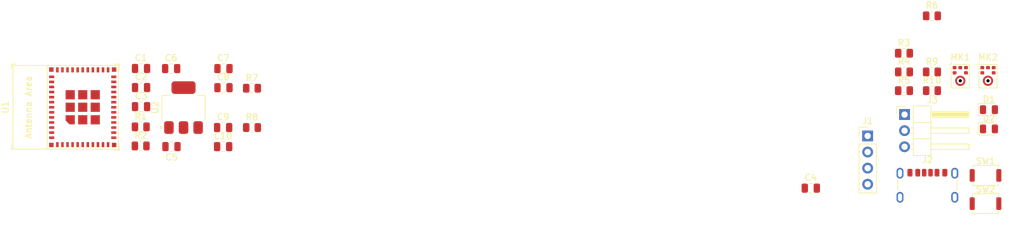
<source format=kicad_pcb>
(kicad_pcb (version 20241229) (generator "pcbnew") (generator_version "9.0")
  (layers (0 "F.Cu" signal) (2 "B.Cu" signal) (13 "F.Paste" user) (15 "B.Paste" user) (5 "F.SilkS" user "F.Silkscreen") (7 "B.SilkS" user "B.Silkscreen") (1 "F.Mask" user) (3 "B.Mask" user) (25 "Edge.Cuts" user))
  (net 0 "")
  (net 1 "+3V3")
  (net 2 "GND")
  (net 3 "/EN")
  (net 4 "Net-(C4-Pad2)")
  (net 5 "+5V")
  (net 6 "Net-(D1-A)")
  (net 7 "/TX")
  (net 8 "/RX")
  (net 9 "Net-(J2-CC2)")
  (net 10 "Net-(J2-CC1)")
  (net 11 "/IO10")
  (net 12 "Net-(MK1-WS)")
  (net 13 "Net-(MK1-BCLK)")
  (net 14 "Net-(MK1-DATA)")
  (net 15 "Net-(MK2-DATA)")
  (net 16 "Net-(U1-GPIO2{slash}ADC1_CH2)")
  (net 17 "/IO8")
  (net 18 "/IO7")
  (net 19 "/IO6")
  (net 20 "Net-(U1-GPIO9)")
  (footprint "Capacitor_SMD:C_0805_2012Metric" (layer "F.Cu") (at 119 69.6 180)
    (property "Reference" "C5" (at 0 -1.68 0) (layer "F.SilkS"))
    (property "Value" "22uF")
    (fp_line (start -0.261252 0.735) (end 0.261252 0.735) (stroke (width 0.12)) (layer "F.SilkS"))
    (fp_line (start -0.261252 -0.735) (end 0.261252 -0.735) (stroke (width 0.12)) (layer "F.SilkS"))
    (pad "1" smd roundrect (at -0.95 0 180) (size 1 1.45) (layers "F.Cu" "F.Mask" "F.Paste") (net 5 "+5V"))
    (pad "2" smd roundrect (at 0.95 0 180) (size 1 1.45) (layers "F.Cu" "F.Mask" "F.Paste") (net 2 "GND"))
  )
  (footprint "Button_Switch_SMD:SW_Push_SPST_NO_Alps_SKRK" (layer "F.Cu") (at 247.4 74.15)
    (property "Reference" "SW1" (at 0 -2.25 0) (layer "F.SilkS"))
    (property "Value" "EN")
    (fp_line (start -2.07 -1.57) (end 2.07 -1.57) (stroke (width 0.12)) (layer "F.SilkS"))
    (fp_line (start -2.07 -1.27) (end -2.07 -1.57) (stroke (width 0.12)) (layer "F.SilkS"))
    (fp_line (start -2.07 1.57) (end -2.07 1.27) (stroke (width 0.12)) (layer "F.SilkS"))
    (fp_line (start 2.07 -1.57) (end 2.07 -1.27) (stroke (width 0.12)) (layer "F.SilkS"))
    (fp_line (start 2.07 1.27) (end 2.07 1.57) (stroke (width 0.12)) (layer "F.SilkS"))
    (fp_line (start 2.07 1.57) (end -2.07 1.57) (stroke (width 0.12)) (layer "F.SilkS"))
    (pad "1" smd roundrect (at -2.1 0) (size 0.8 2) (layers "F.Cu" "F.Mask" "F.Paste") (net 2 "GND"))
    (pad "2" smd roundrect (at 2.1 0) (size 0.8 2) (layers "F.Cu" "F.Mask" "F.Paste") (net 4 "Net-(C4-Pad2)"))
  )
  (footprint "PCM_Espressif:ESP32-C3-MINI-1" (layer "F.Cu") (at 102.3 63.4 90)
    (property "Reference" "U1" (at 0 -9.5 90) (layer "F.SilkS"))
    (property "Value" "ESP32-C3-MINI-1" (hide yes))
    (fp_line (start 6.8 -8.5) (end 6.8 -7.9) (stroke (width 0.12)) (layer "F.SilkS"))
    (fp_line (start 6.05 -8.5) (end 6.8 -8.5) (stroke (width 0.12)) (layer "F.SilkS"))
    (fp_line (start -5.925 -8.5) (end -6.775 -8.5) (stroke (width 0.12)) (layer "F.SilkS"))
    (fp_line (start 6.6 -8.3) (end 6.6 8.3) (stroke (width 0.12)) (layer "F.SilkS"))
    (fp_line (start -6.6 -8.3) (end 6.6 -8.3) (stroke (width 0.12)) (layer "F.SilkS"))
    (fp_line (start -6.6 -2.9) (end 6.6 -2.9) (stroke (width 0.12)) (layer "F.SilkS"))
    (fp_line (start 6.8 7.7) (end 6.8 8.5) (stroke (width 0.12)) (layer "F.SilkS"))
    (fp_line (start -6.8 7.7) (end -6.8 8.5) (stroke (width 0.12)) (layer "F.SilkS"))
    (fp_line (start 6.6 8.3) (end -6.6 8.3) (stroke (width 0.12)) (layer "F.SilkS"))
    (fp_line (start -6.6 8.3) (end -6.6 -8.3) (stroke (width 0.12)) (layer "F.SilkS"))
    (fp_line (start 6.8 8.5) (end 6 8.5) (stroke (width 0.12)) (layer "F.SilkS"))
    (fp_line (start -6.8 8.5) (end -6 8.5) (stroke (width 0.12)) (layer "F.SilkS"))
    (fp_text user "Antenna Area" (at 0 -5.85 90) (layer "F.SilkS"))
    (pad "1" smd rect (at -5.9 -1.3 180) (size 0.4 0.8) (layers "F.Cu" "F.Mask" "F.Paste") (net 2 "GND"))
    (pad "2" smd rect (at -5.9 -0.5 180) (size 0.4 0.8) (layers "F.Cu" "F.Mask" "F.Paste") (net 2 "GND"))
    (pad "3" smd rect (at -5.9 0.3 180) (size 0.4 0.8) (layers "F.Cu" "F.Mask" "F.Paste") (net 1 "+3V3"))
    (pad "4" smd rect (at -5.9 1.1 180) (size 0.4 0.8) (layers "F.Cu" "F.Mask" "F.Paste"))
    (pad "5" smd rect (at -5.9 1.9 180) (size 0.4 0.8) (layers "F.Cu" "F.Mask" "F.Paste") (net 16 "Net-(U1-GPIO2{slash}ADC1_CH2)"))
    (pad "6" smd rect (at -5.9 2.7 180) (size 0.4 0.8) (layers "F.Cu" "F.Mask" "F.Paste"))
    (pad "7" smd rect (at -5.9 3.5 180) (size 0.4 0.8) (layers "F.Cu" "F.Mask" "F.Paste"))
    (pad "8" smd rect (at -5.9 4.3 180) (size 0.4 0.8) (layers "F.Cu" "F.Mask" "F.Paste") (net 3 "/EN"))
    (pad "9" smd rect (at -5.9 5.1 180) (size 0.4 0.8) (layers "F.Cu" "F.Mask" "F.Paste"))
    (pad "10" smd rect (at -5.9 5.9 180) (size 0.4 0.8) (layers "F.Cu" "F.Mask" "F.Paste"))
    (pad "11" smd rect (at -5.9 6.7 180) (size 0.4 0.8) (layers "F.Cu" "F.Mask" "F.Paste") (net 2 "GND"))
    (pad "12" smd rect (at -4.8 7.6 90) (size 0.4 0.8) (layers "F.Cu" "F.Mask" "F.Paste"))
    (pad "13" smd rect (at -4 7.6 90) (size 0.4 0.8) (layers "F.Cu" "F.Mask" "F.Paste"))
    (pad "14" smd rect (at -3.2 7.6 90) (size 0.4 0.8) (layers "F.Cu" "F.Mask" "F.Paste") (net 2 "GND"))
    (pad "15" smd rect (at -2.4 7.6 90) (size 0.4 0.8) (layers "F.Cu" "F.Mask" "F.Paste"))
    (pad "16" smd rect (at -1.6 7.6 90) (size 0.4 0.8) (layers "F.Cu" "F.Mask" "F.Paste") (net 11 "/IO10"))
    (pad "17" smd rect (at -0.8 7.6 90) (size 0.4 0.8) (layers "F.Cu" "F.Mask" "F.Paste"))
    (pad "18" smd rect (at 0 7.6 90) (size 0.4 0.8) (layers "F.Cu" "F.Mask" "F.Paste"))
    (pad "19" smd rect (at 0.8 7.6 90) (size 0.4 0.8) (layers "F.Cu" "F.Mask" "F.Paste"))
    (pad "20" smd rect (at 1.6 7.6 90) (size 0.4 0.8) (layers "F.Cu" "F.Mask" "F.Paste") (net 19 "/IO6"))
    (pad "21" smd rect (at 2.4 7.6 90) (size 0.4 0.8) (layers "F.Cu" "F.Mask" "F.Paste") (net 18 "/IO7"))
    (pad "22" smd rect (at 3.2 7.6 90) (size 0.4 0.8) (layers "F.Cu" "F.Mask" "F.Paste") (net 17 "/IO8"))
    (pad "23" smd rect (at 4 7.6 90) (size 0.4 0.8) (layers "F.Cu" "F.Mask" "F.Paste") (net 20 "Net-(U1-GPIO9)"))
    (pad "24" smd rect (at 4.8 7.6 90) (size 0.4 0.8) (layers "F.Cu" "F.Mask" "F.Paste"))
    (pad "25" smd rect (at 5.9 6.7 180) (size 0.4 0.8) (layers "F.Cu" "F.Mask" "F.Paste"))
    (pad "26" smd rect (at 5.9 5.9 180) (size 0.4 0.8) (layers "F.Cu" "F.Mask" "F.Paste"))
    (pad "27" smd rect (at 5.9 5.1 180) (size 0.4 0.8) (layers "F.Cu" "F.Mask" "F.Paste"))
    (pad "28" smd rect (at 5.9 4.3 180) (size 0.4 0.8) (layers "F.Cu" "F.Mask" "F.Paste"))
    (pad "29" smd rect (at 5.9 3.5 180) (size 0.4 0.8) (layers "F.Cu" "F.Mask" "F.Paste"))
    (pad "30" smd rect (at 5.9 2.7 180) (size 0.4 0.8) (layers "F.Cu" "F.Mask" "F.Paste") (net 8 "/RX"))
    (pad "31" smd rect (at 5.9 1.9 180) (size 0.4 0.8) (layers "F.Cu" "F.Mask" "F.Paste") (net 7 "/TX"))
    (pad "32" smd rect (at 5.9 1.1 180) (size 0.4 0.8) (layers "F.Cu" "F.Mask" "F.Paste"))
    (pad "33" smd rect (at 5.9 0.3 180) (size 0.4 0.8) (layers "F.Cu" "F.Mask" "F.Paste"))
    (pad "34" smd rect (at 5.9 -0.5 180) (size 0.4 0.8) (layers "F.Cu" "F.Mask" "F.Paste"))
    (pad "35" smd rect (at 5.9 -1.3 180) (size 0.4 0.8) (layers "F.Cu" "F.Mask" "F.Paste"))
    (pad "36" smd rect (at 4.8 -2.2 90) (size 0.4 0.8) (layers "F.Cu" "F.Mask" "F.Paste") (net 2 "GND"))
    (pad "37" smd rect (at 4 -2.2 90) (size 0.4 0.8) (layers "F.Cu" "F.Mask" "F.Paste") (net 2 "GND"))
    (pad "38" smd rect (at 3.2 -2.2 90) (size 0.4 0.8) (layers "F.Cu" "F.Mask" "F.Paste") (net 2 "GND"))
    (pad "39" smd rect (at 2.4 -2.2 90) (size 0.4 0.8) (layers "F.Cu" "F.Mask" "F.Paste") (net 2 "GND"))
    (pad "40" smd rect (at 1.6 -2.2 90) (size 0.4 0.8) (layers "F.Cu" "F.Mask" "F.Paste") (net 2 "GND"))
    (pad "41" smd rect (at 0.8 -2.2 90) (size 0.4 0.8) (layers "F.Cu" "F.Mask" "F.Paste") (net 2 "GND"))
    (pad "42" smd rect (at 0 -2.2 90) (size 0.4 0.8) (layers "F.Cu" "F.Mask" "F.Paste") (net 2 "GND"))
    (pad "43" smd rect (at -0.8 -2.2 90) (size 0.4 0.8) (layers "F.Cu" "F.Mask" "F.Paste") (net 2 "GND"))
    (pad "44" smd rect (at -1.6 -2.2 90) (size 0.4 0.8) (layers "F.Cu" "F.Mask" "F.Paste") (net 2 "GND"))
    (pad "45" smd rect (at -2.4 -2.2 90) (size 0.4 0.8) (layers "F.Cu" "F.Mask" "F.Paste") (net 2 "GND"))
    (pad "46" smd rect (at -3.2 -2.2 90) (size 0.4 0.8) (layers "F.Cu" "F.Mask" "F.Paste") (net 2 "GND"))
    (pad "47" smd rect (at -4 -2.2 90) (size 0.4 0.8) (layers "F.Cu" "F.Mask" "F.Paste") (net 2 "GND"))
    (pad "48" smd rect (at -4.8 -2.2 90) (size 0.4 0.8) (layers "F.Cu" "F.Mask" "F.Paste") (net 2 "GND"))
    (pad "49" smd custom (at -1.975 0.725 90) (size 0.8 0.8) (layers "F.Cu" "F.Mask" "F.Paste") (net 2 "GND") (options (clearance outline) (anchor rect)) (primitives (gr_poly (pts (xy 0.725 0.725) (xy -0.725 0.725) (xy -0.725 -0.125) (xy -0.125 -0.725) (xy 0.725 -0.725)) (width 0) (fill yes))))
    (pad "49" smd rect (at -1.975 2.7 180) (size 1.45 1.45) (layers "F.Cu" "F.Mask" "F.Paste") (net 2 "GND"))
    (pad "49" smd rect (at -1.975 4.675 180) (size 1.45 1.45) (layers "F.Cu" "F.Mask" "F.Paste") (net 2 "GND"))
    (pad "49" smd rect (at 0 0.725 180) (size 1.45 1.45) (layers "F.Cu" "F.Mask" "F.Paste") (net 2 "GND"))
    (pad "49" smd rect (at 0 2.7 180) (size 1.45 1.45) (layers "F.Cu" "F.Mask" "F.Paste") (net 2 "GND"))
    (pad "49" smd rect (at 0 4.675 180) (size 1.45 1.45) (layers "F.Cu" "F.Mask" "F.Paste") (net 2 "GND"))
    (pad "49" smd rect (at 1.975 0.725 180) (size 1.45 1.45) (layers "F.Cu" "F.Mask" "F.Paste") (net 2 "GND"))
    (pad "49" smd rect (at 1.975 2.7 180) (size 1.45 1.45) (layers "F.Cu" "F.Mask" "F.Paste") (net 2 "GND"))
    (pad "49" smd rect (at 1.975 4.675 180) (size 1.45 1.45) (layers "F.Cu" "F.Mask" "F.Paste") (net 2 "GND"))
    (pad "50" smd rect (at 5.95 -2.25 180) (size 0.7 0.7) (layers "F.Cu" "F.Mask" "F.Paste") (net 2 "GND"))
    (pad "51" smd rect (at 5.95 7.65 180) (size 0.7 0.7) (layers "F.Cu" "F.Mask" "F.Paste") (net 2 "GND"))
    (pad "52" smd rect (at -5.95 7.65 180) (size 0.7 0.7) (layers "F.Cu" "F.Mask" "F.Paste") (net 2 "GND"))
    (pad "53" smd rect (at -5.95 -2.25 180) (size 0.7 0.7) (layers "F.Cu" "F.Mask" "F.Paste") (net 2 "GND"))
  )
  (footprint "Capacitor_SMD:C_0805_2012Metric" (layer "F.Cu") (at 127.2 60.31)
    (property "Reference" "C8" (at 0 -1.68 0) (layer "F.SilkS"))
    (property "Value" "200pF")
    (fp_line (start -0.261252 -0.735) (end 0.261252 -0.735) (stroke (width 0.12)) (layer "F.SilkS"))
    (fp_line (start -0.261252 0.735) (end 0.261252 0.735) (stroke (width 0.12)) (layer "F.SilkS"))
    (pad "1" smd roundrect (at -0.95 0) (size 1 1.45) (layers "F.Cu" "F.Mask" "F.Paste") (net 1 "+3V3"))
    (pad "2" smd roundrect (at 0.95 0) (size 1 1.45) (layers "F.Cu" "F.Mask" "F.Paste") (net 2 "GND"))
  )
  (footprint "Connector_PinHeader_2.54mm:PinHeader_1x04_P2.54mm_Vertical" (layer "F.Cu") (at 228.81 67.92)
    (property "Reference" "J1" (at 0 -2.38 0) (layer "F.SilkS"))
    (property "Value" "UART")
    (fp_line (start -1.38 -1.38) (end 0 -1.38) (stroke (width 0.12)) (layer "F.SilkS"))
    (fp_line (start -1.38 0) (end -1.38 -1.38) (stroke (width 0.12)) (layer "F.SilkS"))
    (fp_line (start -1.38 1.27) (end -1.38 9) (stroke (width 0.12)) (layer "F.SilkS"))
    (fp_line (start -1.38 1.27) (end 1.38 1.27) (stroke (width 0.12)) (layer "F.SilkS"))
    (fp_line (start -1.38 9) (end 1.38 9) (stroke (width 0.12)) (layer "F.SilkS"))
    (fp_line (start 1.38 1.27) (end 1.38 9) (stroke (width 0.12)) (layer "F.SilkS"))
    (pad "1" thru_hole rect (at 0 0) (size 1.7 1.7) (drill 1) (layers "*.Cu" "*.Mask") (net 1 "+3V3"))
    (pad "2" thru_hole circle (at 0 2.54) (size 1.7 1.7) (drill 1) (layers "*.Cu" "*.Mask") (net 7 "/TX"))
    (pad "3" thru_hole circle (at 0 5.08) (size 1.7 1.7) (drill 1) (layers "*.Cu" "*.Mask") (net 8 "/RX"))
    (pad "4" thru_hole circle (at 0 7.62) (size 1.7 1.7) (drill 1) (layers "*.Cu" "*.Mask") (net 2 "GND"))
  )
  (footprint "Resistor_SMD:R_0805_2012Metric" (layer "F.Cu") (at 238.95 48.98)
    (property "Reference" "R6" (at 0 -1.65 0) (layer "F.SilkS"))
    (property "Value" "5.1K")
    (fp_line (start -0.227064 -0.735) (end 0.227064 -0.735) (stroke (width 0.12)) (layer "F.SilkS"))
    (fp_line (start -0.227064 0.735) (end 0.227064 0.735) (stroke (width 0.12)) (layer "F.SilkS"))
    (pad "1" smd roundrect (at -0.9125 0) (size 1.025 1.4) (layers "F.Cu" "F.Mask" "F.Paste") (roundrect_rratio 0.243902) (net 10 "Net-(J2-CC1)"))
    (pad "2" smd roundrect (at 0.9125 0) (size 1.025 1.4) (layers "F.Cu" "F.Mask" "F.Paste") (roundrect_rratio 0.243902) (net 2 "GND"))
  )
  (footprint "Capacitor_SMD:C_0805_2012Metric" (layer "F.Cu") (at 127.15 66.6)
    (property "Reference" "C9" (at 0 -1.68 0) (layer "F.SilkS"))
    (property "Value" "0.1uF")
    (fp_line (start -0.261252 -0.735) (end 0.261252 -0.735) (stroke (width 0.12)) (layer "F.SilkS"))
    (fp_line (start -0.261252 0.735) (end 0.261252 0.735) (stroke (width 0.12)) (layer "F.SilkS"))
    (pad "1" smd roundrect (at -0.95 0) (size 1 1.45) (layers "F.Cu" "F.Mask" "F.Paste") (net 1 "+3V3"))
    (pad "2" smd roundrect (at 0.95 0) (size 1 1.45) (layers "F.Cu" "F.Mask" "F.Paste") (net 2 "GND"))
  )
  (footprint "Resistor_SMD:R_0805_2012Metric" (layer "F.Cu") (at 238.95 57.83)
    (property "Reference" "R9" (at 0 -1.65 0) (layer "F.SilkS"))
    (property "Value" "51")
    (fp_line (start -0.227064 -0.735) (end 0.227064 -0.735) (stroke (width 0.12)) (layer "F.SilkS"))
    (fp_line (start -0.227064 0.735) (end 0.227064 0.735) (stroke (width 0.12)) (layer "F.SilkS"))
    (pad "1" smd roundrect (at -0.9125 0) (size 1.025 1.4) (layers "F.Cu" "F.Mask" "F.Paste") (roundrect_rratio 0.243902) (net 13 "Net-(MK1-BCLK)"))
    (pad "2" smd roundrect (at 0.9125 0) (size 1.025 1.4) (layers "F.Cu" "F.Mask" "F.Paste") (roundrect_rratio 0.243902) (net 18 "/IO7"))
  )
  (footprint "Resistor_SMD:R_0805_2012Metric" (layer "F.Cu") (at 131.7 60.4)
    (property "Reference" "R7" (at 0 -1.65 0) (layer "F.SilkS"))
    (property "Value" "51")
    (fp_line (start -0.227064 -0.735) (end 0.227064 -0.735) (stroke (width 0.12)) (layer "F.SilkS"))
    (fp_line (start -0.227064 0.735) (end 0.227064 0.735) (stroke (width 0.12)) (layer "F.SilkS"))
    (pad "1" smd roundrect (at -0.9125 0) (size 1.025 1.4) (layers "F.Cu" "F.Mask" "F.Paste") (roundrect_rratio 0.243902) (net 14 "Net-(MK1-DATA)"))
    (pad "2" smd roundrect (at 0.9125 0) (size 1.025 1.4) (layers "F.Cu" "F.Mask" "F.Paste") (roundrect_rratio 0.243902) (net 17 "/IO8"))
  )
  (footprint "Resistor_SMD:R_0805_2012Metric" (layer "F.Cu") (at 131.7 66.6)
    (property "Reference" "R8" (at 0 -1.65 0) (layer "F.SilkS"))
    (property "Value" "51")
    (fp_line (start -0.227064 -0.735) (end 0.227064 -0.735) (stroke (width 0.12)) (layer "F.SilkS"))
    (fp_line (start -0.227064 0.735) (end 0.227064 0.735) (stroke (width 0.12)) (layer "F.SilkS"))
    (pad "1" smd roundrect (at -0.9125 0) (size 1.025 1.4) (layers "F.Cu" "F.Mask" "F.Paste") (roundrect_rratio 0.243902) (net 15 "Net-(MK2-DATA)"))
    (pad "2" smd roundrect (at 0.9125 0) (size 1.025 1.4) (layers "F.Cu" "F.Mask" "F.Paste") (roundrect_rratio 0.243902) (net 17 "/IO8"))
  )
  (footprint "Capacitor_SMD:C_0805_2012Metric" (layer "F.Cu") (at 219.84 76.16)
    (property "Reference" "C4" (at 0 -1.68 0) (layer "F.SilkS"))
    (property "Value" "0.1uF")
    (fp_line (start -0.261252 -0.735) (end 0.261252 -0.735) (stroke (width 0.12)) (layer "F.SilkS"))
    (fp_line (start -0.261252 0.735) (end 0.261252 0.735) (stroke (width 0.12)) (layer "F.SilkS"))
    (pad "1" smd roundrect (at -0.95 0) (size 1 1.45) (layers "F.Cu" "F.Mask" "F.Paste") (net 2 "GND"))
    (pad "2" smd roundrect (at 0.95 0) (size 1 1.45) (layers "F.Cu" "F.Mask" "F.Paste") (net 4 "Net-(C4-Pad2)"))
  )
  (footprint "Connector_PinHeader_2.54mm:PinHeader_1x03_P2.54mm_Horizontal" (layer "F.Cu") (at 234.63 64.55)
    (property "Reference" "J3" (at 4.385 -2.27 0) (layer "F.SilkS"))
    (property "Value" "LED PIN")
    (fp_line (start -1.27 -1.27) (end 0 -1.27) (stroke (width 0.12)) (layer "F.SilkS"))
    (fp_line (start -1.27 0) (end -1.27 -1.27) (stroke (width 0.12)) (layer "F.SilkS"))
    (fp_line (start 1.077358 2.11) (end 1.39 2.11) (stroke (width 0.12)) (layer "F.SilkS"))
    (fp_line (start 1.077358 2.97) (end 1.39 2.97) (stroke (width 0.12)) (layer "F.SilkS"))
    (fp_line (start 1.077358 4.65) (end 1.39 4.65) (stroke (width 0.12)) (layer "F.SilkS"))
    (fp_line (start 1.077358 5.51) (end 1.39 5.51) (stroke (width 0.12)) (layer "F.SilkS"))
    (fp_line (start 1.16 -0.43) (end 1.39 -0.43) (stroke (width 0.12)) (layer "F.SilkS"))
    (fp_line (start 1.16 0.43) (end 1.39 0.43) (stroke (width 0.12)) (layer "F.SilkS"))
    (fp_line (start 1.39 -1.38) (end 1.39 6.46) (stroke (width 0.12)) (layer "F.SilkS"))
    (fp_line (start 1.39 1.27) (end 4.15 1.27) (stroke (width 0.12)) (layer "F.SilkS"))
    (fp_line (start 1.39 3.81) (end 4.15 3.81) (stroke (width 0.12)) (layer "F.SilkS"))
    (fp_line (start 1.39 6.46) (end 4.15 6.46) (stroke (width 0.12)) (layer "F.SilkS"))
    (fp_line (start 4.15 -1.38) (end 1.39 -1.38) (stroke (width 0.12)) (layer "F.SilkS"))
    (fp_line (start 4.15 2.11) (end 10.15 2.11) (stroke (width 0.12)) (layer "F.SilkS"))
    (fp_line (start 4.15 4.65) (end 10.15 4.65) (stroke (width 0.12)) (layer "F.SilkS"))
    (fp_line (start 4.15 6.46) (end 4.15 -1.38) (stroke (width 0.12)) (layer "F.SilkS"))
    (fp_line (start 10.15 2.11) (end 10.15 2.97) (stroke (width 0.12)) (layer "F.SilkS"))
    (fp_line (start 10.15 2.97) (end 4.15 2.97) (stroke (width 0.12)) (layer "F.SilkS"))
    (fp_line (start 10.15 4.65) (end 10.15 5.51) (stroke (width 0.12)) (layer "F.SilkS"))
    (fp_line (start 10.15 5.51) (end 4.15 5.51) (stroke (width 0.12)) (layer "F.SilkS"))
    (fp_rect (start 4.15 -0.43) (end 10.15 0.43) (stroke (width 0.12)) (fill yes) (layer "F.SilkS"))
    (pad "1" thru_hole rect (at 0 0) (size 1.7 1.7) (drill 1) (layers "*.Cu" "*.Mask") (net 5 "+5V"))
    (pad "2" thru_hole circle (at 0 2.54) (size 1.7 1.7) (drill 1) (layers "*.Cu" "*.Mask") (net 11 "/IO10"))
    (pad "3" thru_hole circle (at 0 5.08) (size 1.7 1.7) (drill 1) (layers "*.Cu" "*.Mask") (net 2 "GND"))
  )
  (footprint "Capacitor_SMD:C_0805_2012Metric" (layer "F.Cu") (at 127.15 69.61)
    (property "Reference" "C10" (at 0 -1.68 0) (layer "F.SilkS"))
    (property "Value" "200pF")
    (fp_line (start -0.261252 -0.735) (end 0.261252 -0.735) (stroke (width 0.12)) (layer "F.SilkS"))
    (fp_line (start -0.261252 0.735) (end 0.261252 0.735) (stroke (width 0.12)) (layer "F.SilkS"))
    (pad "1" smd roundrect (at -0.95 0) (size 1 1.45) (layers "F.Cu" "F.Mask" "F.Paste") (net 1 "+3V3"))
    (pad "2" smd roundrect (at 0.95 0) (size 1 1.45) (layers "F.Cu" "F.Mask" "F.Paste") (net 2 "GND"))
  )
  (footprint "Package_TO_SOT_SMD:SOT-223-3_TabPin2" (layer "F.Cu") (at 120.9 63.45 90)
    (property "Reference" "U2" (at 0 -4.5 90) (layer "F.SilkS"))
    (property "Value" "AMS1117-3.3")
    (fp_line (start 1.91 -3.41) (end 1.91 -2.15) (stroke (width 0.12)) (layer "F.SilkS"))
    (fp_line (start -1.85 -3.41) (end 1.91 -3.41) (stroke (width 0.12)) (layer "F.SilkS"))
    (fp_line (start 1.91 3.41) (end 1.91 2.15) (stroke (width 0.12)) (layer "F.SilkS"))
    (fp_line (start -1.85 3.41) (end 1.91 3.41) (stroke (width 0.12)) (layer "F.SilkS"))
    (fp_poly (pts (xy -3.13 -3.31) (xy -3.37 -3.64) (xy -2.89 -3.64) (xy -3.13 -3.31)) (stroke (width 0.12)) (fill yes) (layer "F.SilkS"))
    (pad "1" smd roundrect (at -3.15 -2.3 90) (size 2 1.5) (layers "F.Cu" "F.Mask" "F.Paste") (net 2 "GND"))
    (pad "2" smd roundrect (at -3.15 0 90) (size 2 1.5) (layers "F.Cu" "F.Mask" "F.Paste") (net 1 "+3V3"))
    (pad "2" smd roundrect (at 3.15 0 90) (size 2 3.8) (layers "F.Cu" "F.Mask" "F.Paste") (net 1 "+3V3"))
    (pad "3" smd roundrect (at -3.15 2.3 90) (size 2 1.5) (layers "F.Cu" "F.Mask" "F.Paste") (net 5 "+5V"))
  )
  (footprint "Sensor_Audio:Knowles_SPH0645LM4H-6_3.5x2.65mm" (layer "F.Cu") (at 247.79 58.515)
    (property "Reference" "MK2" (at 0 -3 0) (layer "F.SilkS"))
    (property "Value" "SPH0645LM4H")
    (fp_line (start -1.425 1.85) (end -1.425 -1.55) (stroke (width 0.12)) (layer "F.SilkS"))
    (fp_line (start -1.125 -1.85) (end 1.425 -1.85) (stroke (width 0.12)) (layer "F.SilkS"))
    (fp_line (start 1.425 -1.85) (end 1.425 1.85) (stroke (width 0.12)) (layer "F.SilkS"))
    (fp_line (start 1.425 1.85) (end -1.425 1.85) (stroke (width 0.12)) (layer "F.SilkS"))
    (fp_poly (pts (xy -1.425 -1.85) (xy -1.705 -1.85) (xy -1.425 -2.13) (xy -1.425 -1.85)) (stroke (width 0.12)) (fill yes) (layer "F.SilkS"))
    (pad "" np_thru_hole circle (at 0 0.71) (size 0.5 0.5) (drill 0.5) (layers "*.Mask"))
    (pad "1" smd roundrect (at -0.9 -1.364) (size 0.6 0.522) (layers "F.Cu" "F.Mask" "F.Paste") (net 12 "Net-(MK1-WS)"))
    (pad "2" smd roundrect (at -0.9 -0.542) (size 0.6 0.522) (layers "F.Cu" "F.Mask" "F.Paste") (net 2 "GND"))
    (pad "3" smd custom (at 0.662 0.71 90) (size 0.3 0.3) (layers "F.Cu" "F.Mask") (net 2 "GND") (options (clearance outline) (anchor circle)) (primitives (gr_circle (center 0 -0.662) (end 0.662 -0.662) (width 0.3) (fill no))))
    (pad "4" smd roundrect (at 0.9 -0.542) (size 0.6 0.522) (layers "F.Cu" "F.Mask" "F.Paste") (net 13 "Net-(MK1-BCLK)"))
    (pad "5" smd roundrect (at 0.9 -1.364) (size 0.6 0.522) (layers "F.Cu" "F.Mask" "F.Paste") (net 1 "+3V3"))
    (pad "6" smd roundrect (at 0 -1.364) (size 0.6 0.522) (layers "F.Cu" "F.Mask" "F.Paste") (net 15 "Net-(MK2-DATA)"))
  )
  (footprint "Resistor_SMD:R_0805_2012Metric" (layer "F.Cu") (at 234.54 57.83)
    (property "Reference" "R4" (at 0 -1.65 0) (layer "F.SilkS"))
    (property "Value" "2K")
    (fp_line (start -0.227064 -0.735) (end 0.227064 -0.735) (stroke (width 0.12)) (layer "F.SilkS"))
    (fp_line (start -0.227064 0.735) (end 0.227064 0.735) (stroke (width 0.12)) (layer "F.SilkS"))
    (pad "1" smd roundrect (at -0.9125 0) (size 1.025 1.4) (layers "F.Cu" "F.Mask" "F.Paste") (roundrect_rratio 0.243902) (net 5 "+5V"))
    (pad "2" smd roundrect (at 0.9125 0) (size 1.025 1.4) (layers "F.Cu" "F.Mask" "F.Paste") (roundrect_rratio 0.243902) (net 6 "Net-(D1-A)"))
  )
  (footprint "Capacitor_SMD:C_0805_2012Metric" (layer "F.Cu") (at 114.2 57.28)
    (property "Reference" "C1" (at 0 -1.68 0) (layer "F.SilkS"))
    (property "Value" "10uF")
    (fp_line (start -0.261252 -0.735) (end 0.261252 -0.735) (stroke (width 0.12)) (layer "F.SilkS"))
    (fp_line (start -0.261252 0.735) (end 0.261252 0.735) (stroke (width 0.12)) (layer "F.SilkS"))
    (pad "1" smd roundrect (at -0.95 0) (size 1 1.45) (layers "F.Cu" "F.Mask" "F.Paste") (net 1 "+3V3"))
    (pad "2" smd roundrect (at 0.95 0) (size 1 1.45) (layers "F.Cu" "F.Mask" "F.Paste") (net 2 "GND"))
  )
  (footprint "LED_SMD:LED_0805_2012Metric" (layer "F.Cu") (at 247.94 63.775)
    (property "Reference" "D1" (at 0 -1.65 0) (layer "F.SilkS"))
    (property "Value" "LED")
    (fp_line (start -1.685 -0.96) (end -1.685 0.96) (stroke (width 0.12)) (layer "F.SilkS"))
    (fp_line (start -1.685 0.96) (end 1 0.96) (stroke (width 0.12)) (layer "F.SilkS"))
    (fp_line (start 1 -0.96) (end -1.685 -0.96) (stroke (width 0.12)) (layer "F.SilkS"))
    (pad "1" smd roundrect (at -0.9375 0) (size 0.975 1.4) (layers "F.Cu" "F.Mask" "F.Paste") (net 2 "GND"))
    (pad "2" smd roundrect (at 0.9375 0) (size 0.975 1.4) (layers "F.Cu" "F.Mask" "F.Paste") (net 6 "Net-(D1-A)"))
  )
  (footprint "Connector_USB:USB_C_Receptacle_GCT_USB4125-xx-x-0190_6P_TopMnt_Horizontal" (layer "F.Cu") (at 238.23 76.8)
    (property "Reference" "J2" (at 0 -5.1 0) (layer "F.SilkS"))
    (property "Value" "USB_C_Receptacle_PowerOnly_6P")
    (fp_line (start -4.67 -0.25) (end -4.67 -1.95) (stroke (width 0.12)) (layer "F.SilkS"))
    (fp_line (start 4.67 -0.25) (end 4.67 -1.95) (stroke (width 0.12)) (layer "F.SilkS"))
    (pad "A5" smd roundrect (at -0.5 -3.08) (size 0.7 1.2) (layers "F.Cu" "F.Mask" "F.Paste") (net 10 "Net-(J2-CC1)"))
    (pad "A9" smd roundrect (at 1.52 -3.08 180) (size 0.76 1.2) (layers "F.Cu" "F.Mask" "F.Paste") (net 5 "+5V"))
    (pad "A12" smd roundrect (at 2.75 -3.08 180) (size 0.8 1.2) (layers "F.Cu" "F.Mask" "F.Paste") (net 2 "GND"))
    (pad "B5" smd roundrect (at 0.5 -3.08 180) (size 0.7 1.2) (layers "F.Cu" "F.Mask" "F.Paste") (net 9 "Net-(J2-CC2)"))
    (pad "B9" smd roundrect (at -1.52 -3.08) (size 0.76 1.2) (layers "F.Cu" "F.Mask" "F.Paste") (net 5 "+5V"))
    (pad "B12" smd roundrect (at -2.75 -3.08) (size 0.8 1.2) (layers "F.Cu" "F.Mask" "F.Paste") (net 2 "GND"))
    (pad "S1" thru_hole oval (at -4.32 -3) (size 1.1 1.7) (drill oval 0.6 1.2) (property pad_prop_heatsink) (layers "*.Cu" "*.Mask" "F.Paste") (net 2 "GND"))
    (pad "S1" thru_hole oval (at -4.32 0.8) (size 1.1 1.7) (drill oval 0.6 1.2) (property pad_prop_heatsink) (layers "*.Cu" "*.Mask" "F.Paste") (net 2 "GND"))
    (pad "S1" thru_hole oval (at 4.32 -3) (size 1.1 1.7) (drill oval 0.6 1.2) (property pad_prop_heatsink) (layers "*.Cu" "*.Mask" "F.Paste") (net 2 "GND"))
    (pad "S1" thru_hole oval (at 4.32 0.8) (size 1.1 1.7) (drill oval 0.6 1.2) (property pad_prop_heatsink) (layers "*.Cu" "*.Mask" "F.Paste") (net 2 "GND"))
  )
  (footprint "Sensor_Audio:Knowles_SPH0645LM4H-6_3.5x2.65mm" (layer "F.Cu") (at 243.42 58.515)
    (property "Reference" "MK1" (at 0 -3 0) (layer "F.SilkS"))
    (property "Value" "SPH0645LM4H")
    (fp_line (start -1.425 1.85) (end -1.425 -1.55) (stroke (width 0.12)) (layer "F.SilkS"))
    (fp_line (start -1.125 -1.85) (end 1.425 -1.85) (stroke (width 0.12)) (layer "F.SilkS"))
    (fp_line (start 1.425 -1.85) (end 1.425 1.85) (stroke (width 0.12)) (layer "F.SilkS"))
    (fp_line (start 1.425 1.85) (end -1.425 1.85) (stroke (width 0.12)) (layer "F.SilkS"))
    (fp_poly (pts (xy -1.425 -1.85) (xy -1.705 -1.85) (xy -1.425 -2.13) (xy -1.425 -1.85)) (stroke (width 0.12)) (fill yes) (layer "F.SilkS"))
    (pad "" np_thru_hole circle (at 0 0.71) (size 0.5 0.5) (drill 0.5) (layers "*.Mask"))
    (pad "1" smd roundrect (at -0.9 -1.364) (size 0.6 0.522) (layers "F.Cu" "F.Mask" "F.Paste") (net 12 "Net-(MK1-WS)"))
    (pad "2" smd roundrect (at -0.9 -0.542) (size 0.6 0.522) (layers "F.Cu" "F.Mask" "F.Paste") (net 1 "+3V3"))
    (pad "3" smd custom (at 0.662 0.71 90) (size 0.3 0.3) (layers "F.Cu" "F.Mask") (net 2 "GND") (options (clearance outline) (anchor circle)) (primitives (gr_circle (center 0 -0.662) (end 0.662 -0.662) (width 0.3) (fill no))))
    (pad "4" smd roundrect (at 0.9 -0.542) (size 0.6 0.522) (layers "F.Cu" "F.Mask" "F.Paste") (net 13 "Net-(MK1-BCLK)"))
    (pad "5" smd roundrect (at 0.9 -1.364) (size 0.6 0.522) (layers "F.Cu" "F.Mask" "F.Paste") (net 1 "+3V3"))
    (pad "6" smd roundrect (at 0 -1.364) (size 0.6 0.522) (layers "F.Cu" "F.Mask" "F.Paste") (net 14 "Net-(MK1-DATA)"))
  )
  (footprint "Resistor_SMD:R_0805_2012Metric" (layer "F.Cu") (at 114.15 66.49)
    (property "Reference" "R1" (at 0 -1.65 0) (layer "F.SilkS"))
    (property "Value" "10K")
    (fp_line (start -0.227064 -0.735) (end 0.227064 -0.735) (stroke (width 0.12)) (layer "F.SilkS"))
    (fp_line (start -0.227064 0.735) (end 0.227064 0.735) (stroke (width 0.12)) (layer "F.SilkS"))
    (pad "1" smd roundrect (at -0.9125 0) (size 1.025 1.4) (layers "F.Cu" "F.Mask" "F.Paste") (roundrect_rratio 0.243902) (net 1 "+3V3"))
    (pad "2" smd roundrect (at 0.9125 0) (size 1.025 1.4) (layers "F.Cu" "F.Mask" "F.Paste") (roundrect_rratio 0.243902) (net 3 "/EN"))
  )
  (footprint "Capacitor_SMD:C_0805_2012Metric" (layer "F.Cu") (at 114.2 60.29)
    (property "Reference" "C2" (at 0 -1.68 0) (layer "F.SilkS"))
    (property "Value" "0.1uF")
    (fp_line (start -0.261252 -0.735) (end 0.261252 -0.735) (stroke (width 0.12)) (layer "F.SilkS"))
    (fp_line (start -0.261252 0.735) (end 0.261252 0.735) (stroke (width 0.12)) (layer "F.SilkS"))
    (pad "1" smd roundrect (at -0.95 0) (size 1 1.45) (layers "F.Cu" "F.Mask" "F.Paste") (net 1 "+3V3"))
    (pad "2" smd roundrect (at 0.95 0) (size 1 1.45) (layers "F.Cu" "F.Mask" "F.Paste") (net 2 "GND"))
  )
  (footprint "Diode_SMD:D_0805_2012Metric" (layer "F.Cu") (at 247.94 66.815)
    (property "Reference" "D2" (at 0 -1.65 0) (layer "F.SilkS"))
    (property "Value" "ESD9B3.3ST5G")
    (fp_line (start -1.685 -0.96) (end -1.685 0.96) (stroke (width 0.12)) (layer "F.SilkS"))
    (fp_line (start -1.685 0.96) (end 1 0.96) (stroke (width 0.12)) (layer "F.SilkS"))
    (fp_line (start 1 -0.96) (end -1.685 -0.96) (stroke (width 0.12)) (layer "F.SilkS"))
    (pad "1" smd roundrect (at -0.9375 0) (size 0.975 1.4) (layers "F.Cu" "F.Mask" "F.Paste") (net 2 "GND"))
    (pad "2" smd roundrect (at 0.9375 0) (size 0.975 1.4) (layers "F.Cu" "F.Mask" "F.Paste") (net 5 "+5V"))
  )
  (footprint "Capacitor_SMD:C_0805_2012Metric" (layer "F.Cu") (at 114.2 63.3)
    (property "Reference" "C3" (at 0 -1.68 0) (layer "F.SilkS"))
    (property "Value" "0.1uF")
    (fp_line (start -0.261252 -0.735) (end 0.261252 -0.735) (stroke (width 0.12)) (layer "F.SilkS"))
    (fp_line (start -0.261252 0.735) (end 0.261252 0.735) (stroke (width 0.12)) (layer "F.SilkS"))
    (pad "1" smd roundrect (at -0.95 0) (size 1 1.45) (layers "F.Cu" "F.Mask" "F.Paste") (net 3 "/EN"))
    (pad "2" smd roundrect (at 0.95 0) (size 1 1.45) (layers "F.Cu" "F.Mask" "F.Paste") (net 2 "GND"))
  )
  (footprint "Button_Switch_SMD:SW_Push_SPST_NO_Alps_SKRK" (layer "F.Cu") (at 247.4 78.6)
    (property "Reference" "SW2" (at 0 -2.25 0) (layer "F.SilkS"))
    (property "Value" "Boot")
    (fp_line (start -2.07 -1.57) (end 2.07 -1.57) (stroke (width 0.12)) (layer "F.SilkS"))
    (fp_line (start -2.07 -1.27) (end -2.07 -1.57) (stroke (width 0.12)) (layer "F.SilkS"))
    (fp_line (start -2.07 1.57) (end -2.07 1.27) (stroke (width 0.12)) (layer "F.SilkS"))
    (fp_line (start 2.07 -1.57) (end 2.07 -1.27) (stroke (width 0.12)) (layer "F.SilkS"))
    (fp_line (start 2.07 1.27) (end 2.07 1.57) (stroke (width 0.12)) (layer "F.SilkS"))
    (fp_line (start 2.07 1.57) (end -2.07 1.57) (stroke (width 0.12)) (layer "F.SilkS"))
    (pad "1" smd roundrect (at -2.1 0) (size 0.8 2) (layers "F.Cu" "F.Mask" "F.Paste") (net 20 "Net-(U1-GPIO9)"))
    (pad "2" smd roundrect (at 2.1 0) (size 0.8 2) (layers "F.Cu" "F.Mask" "F.Paste") (net 2 "GND"))
  )
  (footprint "Resistor_SMD:R_0805_2012Metric" (layer "F.Cu") (at 234.54 60.78)
    (property "Reference" "R5" (at 0 -1.65 0) (layer "F.SilkS"))
    (property "Value" "5.1K")
    (fp_line (start -0.227064 -0.735) (end 0.227064 -0.735) (stroke (width 0.12)) (layer "F.SilkS"))
    (fp_line (start -0.227064 0.735) (end 0.227064 0.735) (stroke (width 0.12)) (layer "F.SilkS"))
    (pad "1" smd roundrect (at -0.9125 0) (size 1.025 1.4) (layers "F.Cu" "F.Mask" "F.Paste") (roundrect_rratio 0.243902) (net 9 "Net-(J2-CC2)"))
    (pad "2" smd roundrect (at 0.9125 0) (size 1.025 1.4) (layers "F.Cu" "F.Mask" "F.Paste") (roundrect_rratio 0.243902) (net 2 "GND"))
  )
  (footprint "Capacitor_SMD:C_0805_2012Metric" (layer "F.Cu") (at 118.95 57.3)
    (property "Reference" "C6" (at 0 -1.68 0) (layer "F.SilkS"))
    (property "Value" "22uF")
    (fp_line (start -0.261252 -0.735) (end 0.261252 -0.735) (stroke (width 0.12)) (layer "F.SilkS"))
    (fp_line (start -0.261252 0.735) (end 0.261252 0.735) (stroke (width 0.12)) (layer "F.SilkS"))
    (pad "1" smd roundrect (at -0.95 0) (size 1 1.45) (layers "F.Cu" "F.Mask" "F.Paste") (net 1 "+3V3"))
    (pad "2" smd roundrect (at 0.95 0) (size 1 1.45) (layers "F.Cu" "F.Mask" "F.Paste") (net 2 "GND"))
  )
  (footprint "Resistor_SMD:R_0805_2012Metric" (layer "F.Cu") (at 238.95 60.78)
    (property "Reference" "R10" (at 0 -1.65 0) (layer "F.SilkS"))
    (property "Value" "51")
    (fp_line (start -0.227064 -0.735) (end 0.227064 -0.735) (stroke (width 0.12)) (layer "F.SilkS"))
    (fp_line (start -0.227064 0.735) (end 0.227064 0.735) (stroke (width 0.12)) (layer "F.SilkS"))
    (pad "1" smd roundrect (at -0.9125 0) (size 1.025 1.4) (layers "F.Cu" "F.Mask" "F.Paste") (roundrect_rratio 0.243902) (net 12 "Net-(MK1-WS)"))
    (pad "2" smd roundrect (at 0.9125 0) (size 1.025 1.4) (layers "F.Cu" "F.Mask" "F.Paste") (roundrect_rratio 0.243902) (net 19 "/IO6"))
  )
  (footprint "Resistor_SMD:R_0805_2012Metric" (layer "F.Cu") (at 114.1375 69.5)
    (property "Reference" "R2" (at 0 -1.65 0) (layer "F.SilkS"))
    (property "Value" "10K")
    (fp_line (start -0.227064 -0.735) (end 0.227064 -0.735) (stroke (width 0.12)) (layer "F.SilkS"))
    (fp_line (start -0.227064 0.735) (end 0.227064 0.735) (stroke (width 0.12)) (layer "F.SilkS"))
    (pad "1" smd roundrect (at -0.9125 0) (size 1.025 1.4) (layers "F.Cu" "F.Mask" "F.Paste") (roundrect_rratio 0.243902) (net 16 "Net-(U1-GPIO2{slash}ADC1_CH2)"))
    (pad "2" smd roundrect (at 0.9125 0) (size 1.025 1.4) (layers "F.Cu" "F.Mask" "F.Paste") (roundrect_rratio 0.243902) (net 1 "+3V3"))
  )
  (footprint "Resistor_SMD:R_0805_2012Metric" (layer "F.Cu") (at 234.54 54.88)
    (property "Reference" "R3" (at 0 -1.65 0) (layer "F.SilkS"))
    (property "Value" "0")
    (fp_line (start -0.227064 -0.735) (end 0.227064 -0.735) (stroke (width 0.12)) (layer "F.SilkS"))
    (fp_line (start -0.227064 0.735) (end 0.227064 0.735) (stroke (width 0.12)) (layer "F.SilkS"))
    (pad "1" smd roundrect (at -0.9125 0) (size 1.025 1.4) (layers "F.Cu" "F.Mask" "F.Paste") (roundrect_rratio 0.243902) (net 4 "Net-(C4-Pad2)"))
    (pad "2" smd roundrect (at 0.9125 0) (size 1.025 1.4) (layers "F.Cu" "F.Mask" "F.Paste") (roundrect_rratio 0.243902) (net 3 "/EN"))
  )
  (footprint "Capacitor_SMD:C_0805_2012Metric" (layer "F.Cu") (at 127.2 57.3)
    (property "Reference" "C7" (at 0 -1.68 0) (layer "F.SilkS"))
    (property "Value" "0.1uF")
    (fp_line (start -0.261252 -0.735) (end 0.261252 -0.735) (stroke (width 0.12)) (layer "F.SilkS"))
    (fp_line (start -0.261252 0.735) (end 0.261252 0.735) (stroke (width 0.12)) (layer "F.SilkS"))
    (pad "1" smd roundrect (at -0.95 0) (size 1 1.45) (layers "F.Cu" "F.Mask" "F.Paste") (net 1 "+3V3"))
    (pad "2" smd roundrect (at 0.95 0) (size 1 1.45) (layers "F.Cu" "F.Mask" "F.Paste") (net 2 "GND"))
  )
)
</source>
